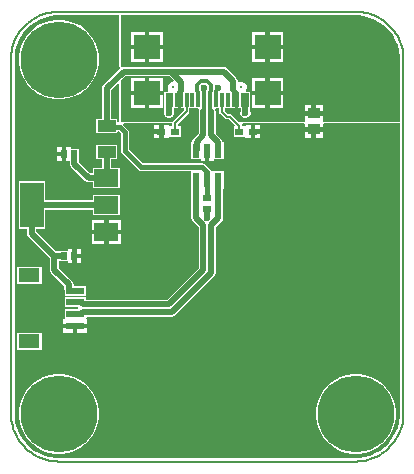
<source format=gtl>
G04*
G04 #@! TF.GenerationSoftware,Altium Limited,Altium Designer,22.5.1 (42)*
G04*
G04 Layer_Physical_Order=1*
G04 Layer_Color=255*
%FSLAX25Y25*%
%MOIN*%
G70*
G04*
G04 #@! TF.SameCoordinates,6575D538-9FDD-43DE-8B67-50E4B2F97E8D*
G04*
G04*
G04 #@! TF.FilePolarity,Positive*
G04*
G01*
G75*
%ADD13C,0.00787*%
%ADD16C,0.01500*%
%ADD22R,0.05906X0.03937*%
%ADD32R,0.03937X0.03543*%
%ADD33R,0.02362X0.04724*%
%ADD34R,0.02520X0.02362*%
%ADD35R,0.07087X0.04724*%
%ADD36R,0.06102X0.02362*%
%ADD37R,0.02362X0.02520*%
%ADD38R,0.07874X0.05906*%
%ADD39R,0.07874X0.14961*%
%ADD40R,0.02953X0.02362*%
%ADD41R,0.08583X0.07874*%
%ADD42R,0.01181X0.04528*%
%ADD43C,0.02000*%
%ADD44C,0.00800*%
%ADD45C,0.01181*%
%ADD46C,0.01981*%
%ADD47C,0.25591*%
%ADD48C,0.01280*%
%ADD49C,0.02362*%
%ADD50C,0.25591*%
G36*
X117888Y148568D02*
X119756Y148079D01*
X121543Y147348D01*
X123217Y146388D01*
X124750Y145215D01*
X126116Y143850D01*
X127288Y142317D01*
X128249Y140642D01*
X128980Y138855D01*
X129468Y136988D01*
X129706Y135072D01*
X129698Y134107D01*
X129699Y134104D01*
X129698Y134100D01*
Y113350D01*
X104454D01*
X103969Y113386D01*
X103969Y113850D01*
Y115408D01*
X98032D01*
X98032Y113386D01*
X97546Y113350D01*
X76198D01*
X73799Y115749D01*
X73501Y115948D01*
X73150Y116018D01*
X72381D01*
X71339Y117059D01*
Y117856D01*
X74848D01*
X75001Y117825D01*
X75153Y117856D01*
X76721D01*
Y117049D01*
X76569Y116684D01*
Y116016D01*
X76825Y115398D01*
X77298Y114925D01*
X77916Y114669D01*
X78585D01*
X79203Y114925D01*
X79676Y115398D01*
X79932Y116016D01*
Y116684D01*
X79779Y117052D01*
Y117856D01*
X79780D01*
Y123383D01*
X78580D01*
X78404Y123883D01*
X78658Y124498D01*
Y125206D01*
X78387Y125860D01*
X77887Y126361D01*
X77232Y126631D01*
X76525D01*
X76128Y126467D01*
X75628Y126772D01*
Y127002D01*
X75512Y127587D01*
X75180Y128083D01*
X72082Y131181D01*
X71586Y131513D01*
X71001Y131629D01*
X37600D01*
X37251Y131560D01*
X36751Y131892D01*
Y148797D01*
X115001Y148797D01*
X115004Y148798D01*
X115008Y148797D01*
X115973Y148806D01*
X117888Y148568D01*
D02*
G37*
G36*
X54306Y127131D02*
X54099Y126631D01*
X53769D01*
X53115Y126361D01*
X52614Y125860D01*
X52343Y125206D01*
Y124498D01*
X52586Y123913D01*
X52540Y123665D01*
X52367Y123383D01*
X51221D01*
Y121908D01*
X51221Y121906D01*
Y117049D01*
X51069Y116684D01*
Y116016D01*
X51325Y115398D01*
X51798Y114925D01*
X52416Y114669D01*
X53085D01*
X53703Y114925D01*
X54176Y115398D01*
X54432Y116016D01*
Y116684D01*
X54279Y117052D01*
Y117856D01*
X55848D01*
X56001Y117825D01*
X56153Y117856D01*
X57693D01*
Y117217D01*
X54115Y113639D01*
X53922Y113350D01*
X36751D01*
Y127088D01*
X38234Y128571D01*
X52867D01*
X54306Y127131D01*
D02*
G37*
G36*
X36209Y125893D02*
Y113467D01*
X35801Y113130D01*
X35453Y113250D01*
Y114399D01*
X33530D01*
Y123867D01*
X35747Y126085D01*
X36209Y125893D01*
D02*
G37*
G36*
X15993Y148797D02*
X15997Y148798D01*
X16001Y148797D01*
X35709D01*
X36209Y148797D01*
Y131892D01*
X36231Y131840D01*
X36220Y131785D01*
X36308Y131655D01*
X36368Y131509D01*
X36365Y131182D01*
X36287Y130950D01*
X30919Y125582D01*
X30588Y125086D01*
X30471Y124501D01*
Y114399D01*
X28548D01*
Y109462D01*
X35453D01*
Y110037D01*
X35953Y110244D01*
X36726Y109472D01*
Y103750D01*
X36823Y103262D01*
X37099Y102849D01*
X42599Y97349D01*
X43012Y97072D01*
X43500Y96975D01*
X59656D01*
X60079Y96791D01*
Y91066D01*
X60231D01*
Y81299D01*
X60347Y80713D01*
X60679Y80217D01*
X62671Y78225D01*
Y64684D01*
X52006Y54018D01*
X25052D01*
Y54839D01*
X17949D01*
Y51476D01*
X22379D01*
X22547Y51189D01*
X22379Y50902D01*
X17949D01*
X17949Y47539D01*
X17480Y47465D01*
X17449D01*
Y46033D01*
X25552D01*
Y47465D01*
X25521D01*
X25110Y47530D01*
X25063Y48017D01*
X25405Y48360D01*
X53716D01*
X54302Y48476D01*
X54798Y48807D01*
X67882Y61892D01*
X68214Y62388D01*
X68330Y62973D01*
Y78225D01*
X70322Y80217D01*
X70654Y80713D01*
X70770Y81299D01*
Y91066D01*
X70922D01*
Y96791D01*
X67560D01*
Y96791D01*
X67182D01*
X66722Y96887D01*
X66677Y97109D01*
X66401Y97522D01*
X64772Y99151D01*
X64359Y99427D01*
X63871Y99524D01*
X44028D01*
X39274Y104278D01*
Y110000D01*
X39178Y110488D01*
X38901Y110901D01*
X37494Y112309D01*
X37701Y112809D01*
X53847D01*
Y112135D01*
X53493Y111781D01*
X52788Y111781D01*
X52713Y112250D01*
Y112281D01*
X50987D01*
Y110100D01*
Y107919D01*
X52713D01*
Y107950D01*
X52788Y108419D01*
X53213Y108419D01*
X56741D01*
Y111781D01*
X55682D01*
Y112610D01*
X59260Y116188D01*
X59459Y116486D01*
X59528Y116837D01*
Y117856D01*
X62571D01*
X62791Y117356D01*
X62690Y116850D01*
Y109413D01*
X60876Y107599D01*
X60547Y107106D01*
X60453Y106633D01*
X60079D01*
Y100909D01*
X63319D01*
Y100409D01*
X64751D01*
Y103771D01*
X66251D01*
Y100409D01*
X67682D01*
Y100909D01*
X70922D01*
Y106633D01*
X70548D01*
X70455Y107106D01*
X70125Y107599D01*
X70125Y107599D01*
X68311Y109413D01*
Y116850D01*
X68211Y117356D01*
X68430Y117856D01*
X69504D01*
Y116679D01*
X69574Y116328D01*
X69773Y116030D01*
X71352Y114451D01*
X71649Y114252D01*
X72001Y114182D01*
X72770D01*
X74709Y112243D01*
X74518Y111781D01*
X74260D01*
Y108419D01*
X78213Y108419D01*
X78288Y107950D01*
Y107919D01*
X80014D01*
Y110100D01*
X80764D01*
D01*
X80014D01*
Y112281D01*
X78288D01*
Y112250D01*
X78213Y111781D01*
X77386Y111781D01*
X77154Y112013D01*
X77096Y112309D01*
X77123Y112420D01*
X77389Y112809D01*
X97546D01*
X97566Y112817D01*
X97586Y112810D01*
X97665Y112816D01*
X98032Y112476D01*
Y111592D01*
X103969D01*
Y112476D01*
X104335Y112816D01*
X104414Y112810D01*
X104434Y112817D01*
X104454Y112809D01*
X129698D01*
Y16002D01*
X129696Y15039D01*
X129441Y13130D01*
X128940Y11271D01*
X128201Y9493D01*
X127237Y7826D01*
X126064Y6298D01*
X124702Y4937D01*
X123175Y3764D01*
X121508Y2800D01*
X119730Y2061D01*
X117870Y1560D01*
X115962Y1305D01*
X114999Y1303D01*
X16001Y1303D01*
X15037D01*
X13127Y1554D01*
X11266Y2053D01*
X9486Y2790D01*
X7818Y3754D01*
X6289Y4926D01*
X4927Y6289D01*
X3754Y7817D01*
X2791Y9486D01*
X2053Y11266D01*
X1555Y13126D01*
X1303Y15037D01*
Y16000D01*
X1303Y134100D01*
X1303Y134104D01*
X1303Y134107D01*
X1295Y135072D01*
X1533Y136988D01*
X2022Y138855D01*
X2753Y140642D01*
X3713Y142317D01*
X4886Y143850D01*
X6251Y145215D01*
X7784Y146388D01*
X9459Y147348D01*
X11245Y148079D01*
X13113Y148568D01*
X15028Y148806D01*
X15993Y148797D01*
D02*
G37*
%LPC*%
G36*
X90910Y143293D02*
X86369D01*
Y139106D01*
X90910D01*
Y143293D01*
D02*
G37*
G36*
X50674D02*
X46132D01*
Y139106D01*
X50674D01*
Y143293D01*
D02*
G37*
G36*
X84869D02*
X80327D01*
Y139106D01*
X84869D01*
Y143293D01*
D02*
G37*
G36*
X44633D02*
X40091D01*
Y139106D01*
X44633D01*
Y143293D01*
D02*
G37*
G36*
X90910Y137606D02*
X86369D01*
Y133419D01*
X90910D01*
Y137606D01*
D02*
G37*
G36*
X84869D02*
X80327D01*
Y133419D01*
X84869D01*
Y137606D01*
D02*
G37*
G36*
X50674D02*
X46132D01*
Y133419D01*
X50674D01*
Y137606D01*
D02*
G37*
G36*
X44633D02*
X40091D01*
Y133419D01*
X44633D01*
Y137606D01*
D02*
G37*
G36*
X90910Y127821D02*
X86369D01*
Y123634D01*
X90910D01*
Y127821D01*
D02*
G37*
G36*
X84869D02*
X80327D01*
Y123634D01*
X84869D01*
Y127821D01*
D02*
G37*
G36*
X90910Y122134D02*
X86369D01*
Y117947D01*
X90910D01*
Y122134D01*
D02*
G37*
G36*
X84869D02*
X80327D01*
Y117947D01*
X84869D01*
Y122134D01*
D02*
G37*
G36*
X103969Y118929D02*
X101750D01*
Y116908D01*
X103969D01*
Y118929D01*
D02*
G37*
G36*
X100250D02*
X98032D01*
Y116908D01*
X100250D01*
Y118929D01*
D02*
G37*
G36*
X50674Y127821D02*
X46132D01*
Y123634D01*
X50674D01*
Y127821D01*
D02*
G37*
G36*
X44633D02*
X40091D01*
Y123634D01*
X44633D01*
Y127821D01*
D02*
G37*
G36*
X50674Y122134D02*
X46132D01*
Y117947D01*
X50674D01*
Y122134D01*
D02*
G37*
G36*
X44633D02*
X40091D01*
Y117947D01*
X44633D01*
Y122134D01*
D02*
G37*
G36*
X17047Y147395D02*
X14954D01*
X12887Y147068D01*
X10897Y146421D01*
X9032Y145471D01*
X7339Y144241D01*
X5860Y142761D01*
X4629Y141068D01*
X3679Y139204D01*
X3033Y137213D01*
X2705Y135146D01*
Y133054D01*
X3033Y130987D01*
X3679Y128996D01*
X4629Y127132D01*
X5860Y125439D01*
X7339Y123959D01*
X9032Y122729D01*
X10897Y121779D01*
X12887Y121132D01*
X14954Y120805D01*
X17047D01*
X19114Y121132D01*
X21104Y121779D01*
X22969Y122729D01*
X24662Y123959D01*
X26142Y125439D01*
X27372Y127132D01*
X28322Y128996D01*
X28969Y130987D01*
X29296Y133054D01*
Y135146D01*
X28969Y137213D01*
X28322Y139204D01*
X27372Y141068D01*
X26142Y142761D01*
X24662Y144241D01*
X22969Y145471D01*
X21104Y146421D01*
X19114Y147068D01*
X17047Y147395D01*
D02*
G37*
G36*
X83241Y112281D02*
X81514D01*
Y110850D01*
X83241D01*
Y112281D01*
D02*
G37*
G36*
X49487D02*
X47760D01*
Y110850D01*
X49487D01*
Y112281D01*
D02*
G37*
G36*
X103969Y110092D02*
X101750D01*
Y108071D01*
X103969D01*
Y110092D01*
D02*
G37*
G36*
X100250D02*
X98032D01*
Y108071D01*
X100250D01*
Y110092D01*
D02*
G37*
G36*
X83241Y109350D02*
X81514D01*
Y107919D01*
X83241D01*
Y109350D01*
D02*
G37*
G36*
X49487D02*
X47760D01*
Y107919D01*
X49487D01*
Y109350D01*
D02*
G37*
G36*
X17018Y104860D02*
X15587D01*
Y103350D01*
X17018D01*
Y104860D01*
D02*
G37*
G36*
Y101850D02*
X15587D01*
Y100340D01*
X17018D01*
Y101850D01*
D02*
G37*
G36*
X35453Y105738D02*
X28548D01*
Y100801D01*
X30471D01*
Y98108D01*
X27465D01*
Y96184D01*
X26579D01*
X22762Y100001D01*
Y100840D01*
X22914D01*
Y104360D01*
X19949D01*
Y104860D01*
X18518D01*
Y102600D01*
Y100340D01*
X19703D01*
Y99368D01*
X19820Y98782D01*
X20151Y98286D01*
X24864Y93574D01*
X25360Y93242D01*
X25945Y93126D01*
X27465D01*
Y91202D01*
X36339D01*
Y98108D01*
X33530D01*
Y100801D01*
X35453D01*
Y105738D01*
D02*
G37*
G36*
X11536Y93580D02*
X2662D01*
Y77620D01*
X5471D01*
Y76100D01*
X5588Y75515D01*
X5919Y75019D01*
X12971Y67967D01*
Y64095D01*
X13088Y63509D01*
X13419Y63013D01*
X17920Y58512D01*
Y57276D01*
X17949Y57128D01*
Y55413D01*
X25052D01*
Y58776D01*
X20979D01*
Y59146D01*
X20862Y59731D01*
X20531Y60227D01*
X16030Y64728D01*
Y66364D01*
X16087Y66840D01*
X19052D01*
Y66340D01*
X20483D01*
Y68600D01*
Y70860D01*
X19052D01*
Y70360D01*
X16087D01*
Y70129D01*
X15134D01*
X8530Y76733D01*
Y77620D01*
X11536D01*
Y84071D01*
X27465D01*
Y82147D01*
X36339D01*
Y89053D01*
X27465D01*
Y87129D01*
X11536D01*
Y93580D01*
D02*
G37*
G36*
X36839Y80498D02*
X32652D01*
Y77295D01*
X36839D01*
Y80498D01*
D02*
G37*
G36*
X31152D02*
X26965D01*
Y77295D01*
X31152D01*
Y80498D01*
D02*
G37*
G36*
X36839Y75795D02*
X32652D01*
Y72592D01*
X36839D01*
Y75795D01*
D02*
G37*
G36*
X31152D02*
X26965D01*
Y72592D01*
X31152D01*
Y75795D01*
D02*
G37*
G36*
X23414Y70860D02*
X21983D01*
Y69350D01*
X23414D01*
Y70860D01*
D02*
G37*
G36*
Y67850D02*
X21983D01*
Y66340D01*
X23414D01*
Y67850D01*
D02*
G37*
G36*
X10288Y65075D02*
X2201D01*
Y59350D01*
X10288D01*
Y65075D01*
D02*
G37*
G36*
X25552Y44534D02*
X22251D01*
Y43102D01*
X25552D01*
Y44534D01*
D02*
G37*
G36*
X20751D02*
X17449D01*
Y43102D01*
X20751D01*
Y44534D01*
D02*
G37*
G36*
X10288Y43028D02*
X2201D01*
Y37303D01*
X10288D01*
Y43028D01*
D02*
G37*
G36*
X116047Y29295D02*
X113954D01*
X111887Y28968D01*
X109897Y28321D01*
X108032Y27371D01*
X106339Y26141D01*
X104859Y24661D01*
X103629Y22968D01*
X102679Y21104D01*
X102033Y19113D01*
X101705Y17046D01*
Y14954D01*
X102033Y12887D01*
X102679Y10896D01*
X103629Y9032D01*
X104859Y7339D01*
X106339Y5859D01*
X108032Y4629D01*
X109897Y3679D01*
X111887Y3032D01*
X113954Y2705D01*
X116047D01*
X118114Y3032D01*
X120104Y3679D01*
X121969Y4629D01*
X123662Y5859D01*
X125142Y7339D01*
X126372Y9032D01*
X127322Y10896D01*
X127969Y12887D01*
X128296Y14954D01*
Y17046D01*
X127969Y19113D01*
X127322Y21104D01*
X126372Y22968D01*
X125142Y24661D01*
X123662Y26141D01*
X121969Y27371D01*
X120104Y28321D01*
X118114Y28968D01*
X116047Y29295D01*
D02*
G37*
G36*
X17047D02*
X14954D01*
X12887Y28968D01*
X10897Y28321D01*
X9032Y27371D01*
X7339Y26141D01*
X5860Y24661D01*
X4629Y22968D01*
X3679Y21104D01*
X3033Y19113D01*
X2705Y17046D01*
Y14954D01*
X3033Y12887D01*
X3679Y10896D01*
X4629Y9032D01*
X5860Y7339D01*
X7339Y5859D01*
X9032Y4629D01*
X10897Y3679D01*
X12887Y3032D01*
X14954Y2705D01*
X17047D01*
X19114Y3032D01*
X21104Y3679D01*
X22969Y4629D01*
X24662Y5859D01*
X26142Y7339D01*
X27372Y9032D01*
X28322Y10896D01*
X28969Y12887D01*
X29296Y14954D01*
Y17046D01*
X28969Y19113D01*
X28322Y21104D01*
X27372Y22968D01*
X26142Y24661D01*
X24662Y26141D01*
X22969Y27371D01*
X21104Y28321D01*
X19114Y28968D01*
X17047Y29295D01*
D02*
G37*
%LPD*%
D13*
X115000Y149994D02*
X114997Y149994D01*
X130895Y134235D02*
X130863Y135230D01*
X130769Y136221D01*
X130613Y137204D01*
X130394Y138175D01*
X130115Y139130D01*
X129776Y140066D01*
X129379Y140979D01*
X128925Y141865D01*
X128416Y142720D01*
X127853Y143542D01*
X127240Y144326D01*
X126579Y145070D01*
X125872Y145771D01*
X125122Y146426D01*
X124333Y147032D01*
X123506Y147587D01*
X122647Y148089D01*
X121757Y148536D01*
X120841Y148925D01*
X119902Y149256D01*
X118944Y149527D01*
X117971Y149737D01*
X116987Y149885D01*
X115995Y149971D01*
X115000Y149994D01*
X130894Y134099D02*
X130895Y134235D01*
X130894Y134097D02*
X130894Y134099D01*
X130894Y15999D02*
Y16000D01*
X130894Y15999D02*
Y16000D01*
X115001Y106D02*
X115999Y140D01*
X116992Y236D01*
X117977Y393D01*
X118951Y612D01*
X119908Y892D01*
X120847Y1232D01*
X121762Y1629D01*
X122651Y2083D01*
X123509Y2591D01*
X124334Y3152D01*
X125122Y3764D01*
X125871Y4424D01*
X126576Y5130D01*
X127236Y5878D01*
X127848Y6666D01*
X128410Y7491D01*
X128918Y8350D01*
X129372Y9238D01*
X129769Y10154D01*
X130108Y11092D01*
X130388Y12050D01*
X130607Y13023D01*
X130765Y14009D01*
X130861Y15002D01*
X130894Y15999D01*
X115001Y106D02*
X115001D01*
X107Y134098D02*
X107Y134097D01*
X16001Y149994D02*
X15000Y149971D01*
X14003Y149884D01*
X13014Y149734D01*
X12036Y149522D01*
X11073Y149248D01*
X10130Y148913D01*
X9209Y148520D01*
X8316Y148068D01*
X7453Y147561D01*
X6624Y147000D01*
X5832Y146388D01*
X5081Y145726D01*
X4374Y145018D01*
X3712Y144267D01*
X3100Y143475D01*
X2539Y142647D01*
X2032Y141783D01*
X1581Y140890D01*
X1187Y139970D01*
X852Y139026D01*
X579Y138064D01*
X366Y137086D01*
X216Y136096D01*
X130Y135099D01*
X107Y134098D01*
X16004Y149994D02*
X16001Y149994D01*
X107Y16000D02*
X138Y15002D01*
X232Y14008D01*
X388Y13022D01*
X606Y12047D01*
X885Y11089D01*
X1223Y10149D01*
X1619Y9233D01*
X2073Y8343D01*
X2581Y7484D01*
X3142Y6658D01*
X3754Y5869D01*
X4414Y5120D01*
X5121Y4414D01*
X5869Y3754D01*
X6658Y3142D01*
X7484Y2580D01*
X8344Y2072D01*
X9233Y1619D01*
X10150Y1222D01*
X11089Y884D01*
X12048Y606D01*
X13022Y388D01*
X14008Y231D01*
X15003Y138D01*
X16001Y106D01*
X130894Y134099D02*
Y134100D01*
X130894Y16000D02*
X130894Y134099D01*
X115000Y149994D02*
X115001D01*
X16001D02*
X115000D01*
X16001D02*
X16001D01*
X107Y134098D02*
Y134100D01*
Y134098D02*
X107Y16000D01*
Y16000D02*
Y16000D01*
X16001Y106D02*
X115001D01*
X16001D02*
X16001D01*
D16*
X36325Y111675D02*
X38000Y110000D01*
Y103750D02*
Y110000D01*
X32256Y111675D02*
X36325D01*
X32001Y111931D02*
X32256Y111675D01*
X38000Y103750D02*
X43500Y98250D01*
X63871D02*
X65500Y96621D01*
Y93929D02*
Y96621D01*
X43500Y98250D02*
X63871D01*
X65500Y93929D02*
X65501Y93929D01*
Y87832D02*
Y93929D01*
X75001Y119100D02*
Y122985D01*
X56001Y119100D02*
Y123153D01*
X74099Y123887D02*
X75001Y122985D01*
X56001Y123153D02*
X56841Y123993D01*
D22*
X32001Y111931D02*
D03*
Y103269D02*
D03*
D32*
X101000Y110843D02*
D03*
Y116157D02*
D03*
D33*
X69241Y93929D02*
D03*
X65501D02*
D03*
X61760D02*
D03*
Y103771D02*
D03*
X65501D02*
D03*
X69241D02*
D03*
D34*
X65501Y84368D02*
D03*
Y87832D02*
D03*
D35*
X6245Y40165D02*
D03*
Y62213D02*
D03*
D36*
X21501Y45283D02*
D03*
Y49220D02*
D03*
Y53158D02*
D03*
Y57095D02*
D03*
D37*
X17768Y102600D02*
D03*
X21233D02*
D03*
X21233Y68600D02*
D03*
X17768D02*
D03*
D38*
X31902Y76545D02*
D03*
Y85600D02*
D03*
Y94655D02*
D03*
D39*
X7099Y85600D02*
D03*
D40*
X76237Y110100D02*
D03*
X80764D02*
D03*
X50237D02*
D03*
X54764D02*
D03*
D41*
X45382Y122883D02*
D03*
X85619D02*
D03*
X45382Y138356D02*
D03*
X85619D02*
D03*
D42*
X77508Y120620D02*
D03*
X74359D02*
D03*
X72390D02*
D03*
X68453D02*
D03*
X62548D02*
D03*
X58611D02*
D03*
X56642D02*
D03*
X53493D02*
D03*
X52312D02*
D03*
X55461D02*
D03*
X60579D02*
D03*
X64516D02*
D03*
X66485D02*
D03*
X70422D02*
D03*
X75540D02*
D03*
X78690D02*
D03*
D43*
X78250Y116351D02*
Y121750D01*
X52750Y116351D02*
Y121906D01*
X78250Y116351D02*
X78251Y116350D01*
X52750Y116351D02*
X52751Y116350D01*
X32001Y111931D02*
Y124501D01*
X37600Y130100D01*
X53501D01*
X38750Y123000D02*
X38848D01*
X38998Y122850D01*
X45349D02*
X45382Y122883D01*
X14501Y64095D02*
Y68600D01*
X19631Y57095D02*
X21501D01*
X19449Y57276D02*
X19631Y57095D01*
X19449Y57276D02*
Y59146D01*
X14501Y64095D02*
X19449Y59146D01*
X61760Y81299D02*
X64201Y78858D01*
Y64050D02*
Y78858D01*
X61760Y81299D02*
Y93929D01*
X69241Y81299D02*
Y93929D01*
X53716Y49889D02*
X66801Y62973D01*
X65501Y81350D02*
Y84368D01*
X66801Y62973D02*
Y78858D01*
X69241Y81299D01*
X52640Y52489D02*
X64201Y64050D01*
X23371Y49220D02*
X24039Y49889D01*
X21501Y49220D02*
X23371D01*
Y53158D02*
X24039Y52489D01*
X21501Y53158D02*
X23371D01*
X24039Y49889D02*
X53716D01*
X24039Y52489D02*
X52640D01*
X53501Y130100D02*
X71001D01*
X74099Y127002D01*
X7001Y76100D02*
Y85502D01*
Y76100D02*
X14501Y68600D01*
X17768D01*
X7001Y85502D02*
X7099Y85600D01*
X21233Y99368D02*
Y102600D01*
X25945Y94655D02*
X31902D01*
X21233Y99368D02*
X25945Y94655D01*
X74099Y123887D02*
Y127002D01*
X56841Y123993D02*
X56902Y124054D01*
Y126698D01*
X53501Y130100D02*
X56902Y126698D01*
X31902Y94655D02*
X32001Y94753D01*
Y103269D01*
X7099Y85600D02*
X31902D01*
D44*
X72001Y115100D02*
X73150D01*
X76237Y112013D01*
Y110100D02*
Y112013D01*
X54764Y110100D02*
Y112991D01*
X58611Y116837D01*
Y120620D01*
X70422Y116679D02*
Y120620D01*
Y116679D02*
X72001Y115100D01*
D45*
X64516Y120620D02*
Y124584D01*
X64501Y124600D02*
X64516Y124584D01*
X68453Y123690D02*
X69044Y124280D01*
Y124600D01*
X68453Y120620D02*
Y123690D01*
X66485Y123334D02*
X66772Y123622D01*
X65442Y126872D02*
X66772Y125541D01*
X66485Y117156D02*
Y120620D01*
Y123334D01*
X66772Y123622D02*
Y125541D01*
X63560Y126872D02*
X65442D01*
X62229Y123659D02*
X62548Y123340D01*
X62229Y123659D02*
Y125541D01*
X63560Y126872D01*
X62548Y120620D02*
Y123340D01*
X64516Y117156D02*
Y120620D01*
X64210Y116850D02*
X64516Y117156D01*
X66485D02*
X66791Y116850D01*
D46*
Y108783D02*
X69050Y106524D01*
Y103962D02*
Y106524D01*
X66791Y108783D02*
Y116850D01*
X69050Y103962D02*
X69241Y103771D01*
X61760D02*
X61951Y103962D01*
X64210Y108783D02*
Y116850D01*
X61951Y106524D02*
X64210Y108783D01*
X61951Y103962D02*
Y106524D01*
D47*
X115001Y134100D02*
D03*
D48*
X54123Y124852D02*
D03*
X76878D02*
D03*
D49*
X38750Y138250D02*
D03*
Y123000D02*
D03*
X26750Y45250D02*
D03*
X84501Y110100D02*
D03*
X46501D02*
D03*
X78251Y116350D02*
D03*
X52751D02*
D03*
X65501Y81350D02*
D03*
X69044Y124600D02*
D03*
X64501D02*
D03*
X37923Y76537D02*
D03*
X24751Y68600D02*
D03*
X14501Y102600D02*
D03*
D50*
X16001Y16000D02*
D03*
X115001D02*
D03*
X16001Y134100D02*
D03*
M02*

</source>
